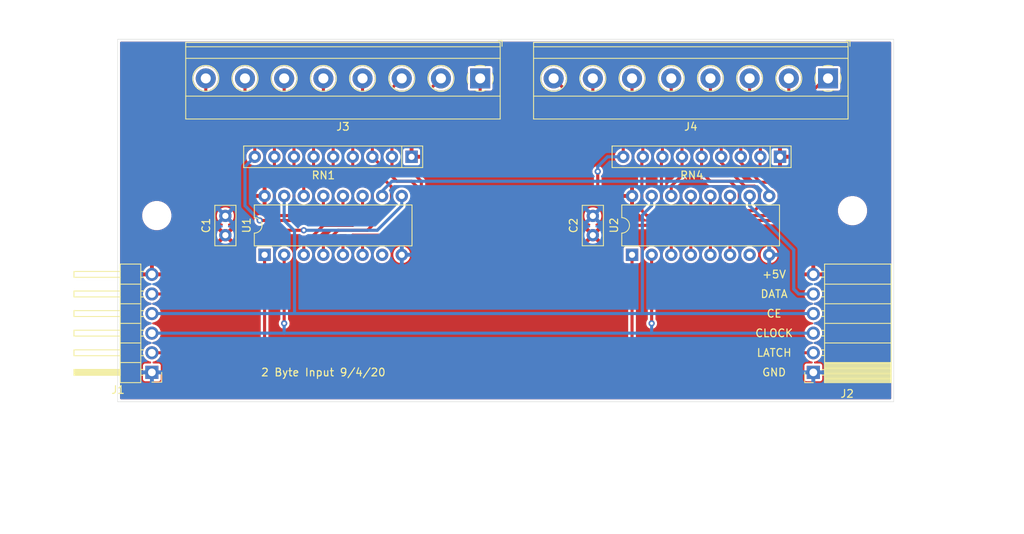
<source format=kicad_pcb>
(kicad_pcb (version 20171130) (host pcbnew "(5.1.6)-1")
  (layers (0 F.Cu signal) (31 B.Cu signal) (34 B.Paste user) (35 F.Paste user) (36 B.SilkS user) (37 F.SilkS user) (38 B.Mask user) (39 F.Mask user) (44 Edge.Cuts user))
  (net 0 "")
  (net 1 +5V)
  (net 2 GND)
  (net 3 SI)
  (net 4 CE)
  (net 5 CLOCK)
  (net 6 LATCH)
  (net 7 IN1)
  (net 8 IN2)
  (net 9 IN3)
  (net 10 IN4)
  (net 11 IN5)
  (net 12 IN6)
  (net 13 IN7)
  (net 14 IN8)
  (net 15 SO)
  (net 16 "Net-(U1-Pad7)")
  (net 17 SX)
  (net 18 IN1B)
  (net 19 IN2B)
  (net 20 IN3B)
  (net 21 IN4B)
  (net 22 IN5B)
  (net 23 IN6B)
  (net 24 IN7B)
  (net 25 IN8B)
  (net 26 "Net-(U2-Pad7)")
  (module Package_DIP:DIP-16_W7.62mm (layer F.Cu) (at 125.095 81.28 90)
    (fp_text reference U2 (at 3.81 -2.33 90) (layer F.SilkS))
    (fp_text value 74LS165)
    (fp_line (start 2.81 -1.33) (end 1.16 -1.33) (layer F.SilkS) (width 0.12))
    (fp_line (start 1.16 -1.33) (end 1.16 19.11) (layer F.SilkS) (width 0.12))
    (fp_line (start 1.16 19.11) (end 6.46 19.11) (layer F.SilkS) (width 0.12))
    (fp_line (start 6.46 19.11) (end 6.46 -1.33) (layer F.SilkS) (width 0.12))
    (fp_line (start 6.46 -1.33) (end 4.81 -1.33) (layer F.SilkS) (width 0.12))
    (fp_arc (start 3.81 -1.33) (end 2.81 -1.33) (angle -180) (layer F.SilkS) (width 0.12))
    (pad 16 thru_hole oval (at 7.62 0 90) (size 1.6 1.6) (drill 0.8) (layers *.Cu *.Mask) (net 1 +5V))
    (pad 8 thru_hole oval (at 0 17.78 90) (size 1.6 1.6) (drill 0.8) (layers *.Cu *.Mask) (net 2 GND))
    (pad 15 thru_hole oval (at 7.62 2.54 90) (size 1.6 1.6) (drill 0.8) (layers *.Cu *.Mask) (net 4 CE))
    (pad 7 thru_hole oval (at 0 15.24 90) (size 1.6 1.6) (drill 0.8) (layers *.Cu *.Mask) (net 26 "Net-(U2-Pad7)"))
    (pad 14 thru_hole oval (at 7.62 5.08 90) (size 1.6 1.6) (drill 0.8) (layers *.Cu *.Mask) (net 21 IN4B))
    (pad 6 thru_hole oval (at 0 12.7 90) (size 1.6 1.6) (drill 0.8) (layers *.Cu *.Mask) (net 25 IN8B))
    (pad 13 thru_hole oval (at 7.62 7.62 90) (size 1.6 1.6) (drill 0.8) (layers *.Cu *.Mask) (net 20 IN3B))
    (pad 5 thru_hole oval (at 0 10.16 90) (size 1.6 1.6) (drill 0.8) (layers *.Cu *.Mask) (net 24 IN7B))
    (pad 12 thru_hole oval (at 7.62 10.16 90) (size 1.6 1.6) (drill 0.8) (layers *.Cu *.Mask) (net 19 IN2B))
    (pad 4 thru_hole oval (at 0 7.62 90) (size 1.6 1.6) (drill 0.8) (layers *.Cu *.Mask) (net 23 IN6B))
    (pad 11 thru_hole oval (at 7.62 12.7 90) (size 1.6 1.6) (drill 0.8) (layers *.Cu *.Mask) (net 18 IN1B))
    (pad 3 thru_hole oval (at 0 5.08 90) (size 1.6 1.6) (drill 0.8) (layers *.Cu *.Mask) (net 22 IN5B))
    (pad 10 thru_hole oval (at 7.62 15.24 90) (size 1.6 1.6) (drill 0.8) (layers *.Cu *.Mask) (net 17 SX))
    (pad 2 thru_hole oval (at 0 2.54 90) (size 1.6 1.6) (drill 0.8) (layers *.Cu *.Mask) (net 5 CLOCK))
    (pad 9 thru_hole oval (at 7.62 17.78 90) (size 1.6 1.6) (drill 0.8) (layers *.Cu *.Mask) (net 3 SI))
    (pad 1 thru_hole rect (at 0 0 90) (size 1.6 1.6) (drill 0.8) (layers *.Cu *.Mask) (net 6 LATCH))
  )
  (module Resistor_THT:R_Array_SIP9 (layer F.Cu) (at 144.272 68.58 180)
    (fp_text reference RN4 (at 11.43 -2.4) (layer F.SilkS))
    (fp_text value 4.7K)
    (fp_line (start -1.44 -1.4) (end -1.44 1.4) (layer F.SilkS) (width 0.12))
    (fp_line (start -1.44 1.4) (end 21.76 1.4) (layer F.SilkS) (width 0.12))
    (fp_line (start 21.76 1.4) (end 21.76 -1.4) (layer F.SilkS) (width 0.12))
    (fp_line (start 21.76 -1.4) (end -1.44 -1.4) (layer F.SilkS) (width 0.12))
    (fp_line (start 1.27 -1.4) (end 1.27 1.4) (layer F.SilkS) (width 0.12))
    (pad 9 thru_hole oval (at 20.32 0 180) (size 1.6 1.6) (drill 0.8) (layers *.Cu *.Mask) (net 18 IN1B))
    (pad 8 thru_hole oval (at 17.78 0 180) (size 1.6 1.6) (drill 0.8) (layers *.Cu *.Mask) (net 19 IN2B))
    (pad 7 thru_hole oval (at 15.24 0 180) (size 1.6 1.6) (drill 0.8) (layers *.Cu *.Mask) (net 20 IN3B))
    (pad 6 thru_hole oval (at 12.7 0 180) (size 1.6 1.6) (drill 0.8) (layers *.Cu *.Mask) (net 21 IN4B))
    (pad 5 thru_hole oval (at 10.16 0 180) (size 1.6 1.6) (drill 0.8) (layers *.Cu *.Mask) (net 22 IN5B))
    (pad 4 thru_hole oval (at 7.62 0 180) (size 1.6 1.6) (drill 0.8) (layers *.Cu *.Mask) (net 23 IN6B))
    (pad 3 thru_hole oval (at 5.08 0 180) (size 1.6 1.6) (drill 0.8) (layers *.Cu *.Mask) (net 24 IN7B))
    (pad 2 thru_hole oval (at 2.54 0 180) (size 1.6 1.6) (drill 0.8) (layers *.Cu *.Mask) (net 25 IN8B))
    (pad 1 thru_hole rect (at 0 0 180) (size 1.6 1.6) (drill 0.8) (layers *.Cu *.Mask) (net 1 +5V))
  )
  (module TerminalBlock_Phoenix:TerminalBlock_Phoenix_MKDS-1,5-8-5.08_1x08_P5.08mm_Horizontal (layer F.Cu) (at 150.495 58.42 180)
    (fp_text reference J4 (at 17.78 -6.26) (layer F.SilkS))
    (fp_text value Conn_01x08)
    (fp_circle (center 5.08 0) (end 6.76 0) (layer F.SilkS) (width 0.12))
    (fp_circle (center 10.16 0) (end 11.84 0) (layer F.SilkS) (width 0.12))
    (fp_circle (center 15.24 0) (end 16.92 0) (layer F.SilkS) (width 0.12))
    (fp_circle (center 20.32 0) (end 22 0) (layer F.SilkS) (width 0.12))
    (fp_circle (center 25.4 0) (end 27.08 0) (layer F.SilkS) (width 0.12))
    (fp_circle (center 30.48 0) (end 32.16 0) (layer F.SilkS) (width 0.12))
    (fp_circle (center 35.56 0) (end 37.24 0) (layer F.SilkS) (width 0.12))
    (fp_line (start -2.6 4.1) (end 38.16 4.1) (layer F.SilkS) (width 0.12))
    (fp_line (start -2.6 2.6) (end 38.16 2.6) (layer F.SilkS) (width 0.12))
    (fp_line (start -2.6 -2.301) (end 38.16 -2.301) (layer F.SilkS) (width 0.12))
    (fp_line (start -2.6 -5.261) (end 38.16 -5.261) (layer F.SilkS) (width 0.12))
    (fp_line (start -2.6 4.66) (end 38.16 4.66) (layer F.SilkS) (width 0.12))
    (fp_line (start -2.6 -5.261) (end -2.6 4.66) (layer F.SilkS) (width 0.12))
    (fp_line (start 38.16 -5.261) (end 38.16 4.66) (layer F.SilkS) (width 0.12))
    (fp_line (start 6.355 -1.069) (end 6.308 -1.023) (layer F.SilkS) (width 0.12))
    (fp_line (start 4.046 1.239) (end 4.011 1.274) (layer F.SilkS) (width 0.12))
    (fp_line (start 6.15 -1.275) (end 6.115 -1.239) (layer F.SilkS) (width 0.12))
    (fp_line (start 3.853 1.023) (end 3.806 1.069) (layer F.SilkS) (width 0.12))
    (fp_line (start 11.435 -1.069) (end 11.388 -1.023) (layer F.SilkS) (width 0.12))
    (fp_line (start 9.126 1.239) (end 9.091 1.274) (layer F.SilkS) (width 0.12))
    (fp_line (start 11.23 -1.275) (end 11.195 -1.239) (layer F.SilkS) (width 0.12))
    (fp_line (start 8.933 1.023) (end 8.886 1.069) (layer F.SilkS) (width 0.12))
    (fp_line (start 16.515 -1.069) (end 16.468 -1.023) (layer F.SilkS) (width 0.12))
    (fp_line (start 14.206 1.239) (end 14.171 1.274) (layer F.SilkS) (width 0.12))
    (fp_line (start 16.31 -1.275) (end 16.275 -1.239) (layer F.SilkS) (width 0.12))
    (fp_line (start 14.013 1.023) (end 13.966 1.069) (layer F.SilkS) (width 0.12))
    (fp_line (start 21.595 -1.069) (end 21.548 -1.023) (layer F.SilkS) (width 0.12))
    (fp_line (start 19.286 1.239) (end 19.251 1.274) (layer F.SilkS) (width 0.12))
    (fp_line (start 21.39 -1.275) (end 21.355 -1.239) (layer F.SilkS) (width 0.12))
    (fp_line (start 19.093 1.023) (end 19.046 1.069) (layer F.SilkS) (width 0.12))
    (fp_line (start 26.675 -1.069) (end 26.628 -1.023) (layer F.SilkS) (width 0.12))
    (fp_line (start 24.366 1.239) (end 24.331 1.274) (layer F.SilkS) (width 0.12))
    (fp_line (start 26.47 -1.275) (end 26.435 -1.239) (layer F.SilkS) (width 0.12))
    (fp_line (start 24.173 1.023) (end 24.126 1.069) (layer F.SilkS) (width 0.12))
    (fp_line (start 31.755 -1.069) (end 31.708 -1.023) (layer F.SilkS) (width 0.12))
    (fp_line (start 29.446 1.239) (end 29.411 1.274) (layer F.SilkS) (width 0.12))
    (fp_line (start 31.55 -1.275) (end 31.515 -1.239) (layer F.SilkS) (width 0.12))
    (fp_line (start 29.253 1.023) (end 29.206 1.069) (layer F.SilkS) (width 0.12))
    (fp_line (start 36.835 -1.069) (end 36.788 -1.023) (layer F.SilkS) (width 0.12))
    (fp_line (start 34.526 1.239) (end 34.491 1.274) (layer F.SilkS) (width 0.12))
    (fp_line (start 36.63 -1.275) (end 36.595 -1.239) (layer F.SilkS) (width 0.12))
    (fp_line (start 34.333 1.023) (end 34.286 1.069) (layer F.SilkS) (width 0.12))
    (fp_line (start -2.84 4.16) (end -2.84 4.9) (layer F.SilkS) (width 0.12))
    (fp_line (start -2.84 4.9) (end -2.34 4.9) (layer F.SilkS) (width 0.12))
    (fp_arc (start 0 0) (end -0.684 1.535) (angle -25) (layer F.SilkS) (width 0.12))
    (fp_arc (start 0 0) (end -1.535 -0.684) (angle -48) (layer F.SilkS) (width 0.12))
    (fp_arc (start 0 0) (end 0.684 -1.535) (angle -48) (layer F.SilkS) (width 0.12))
    (fp_arc (start 0 0) (end 1.535 0.684) (angle -48) (layer F.SilkS) (width 0.12))
    (fp_arc (start 0 0) (end 0 1.68) (angle -24) (layer F.SilkS) (width 0.12))
    (pad 8 thru_hole circle (at 35.56 0 180) (size 2.6 2.6) (drill 1.3) (layers *.Cu *.Mask) (net 18 IN1B))
    (pad 7 thru_hole circle (at 30.48 0 180) (size 2.6 2.6) (drill 1.3) (layers *.Cu *.Mask) (net 19 IN2B))
    (pad 6 thru_hole circle (at 25.4 0 180) (size 2.6 2.6) (drill 1.3) (layers *.Cu *.Mask) (net 20 IN3B))
    (pad 5 thru_hole circle (at 20.32 0 180) (size 2.6 2.6) (drill 1.3) (layers *.Cu *.Mask) (net 21 IN4B))
    (pad 4 thru_hole circle (at 15.24 0 180) (size 2.6 2.6) (drill 1.3) (layers *.Cu *.Mask) (net 22 IN5B))
    (pad 3 thru_hole circle (at 10.16 0 180) (size 2.6 2.6) (drill 1.3) (layers *.Cu *.Mask) (net 23 IN6B))
    (pad 2 thru_hole circle (at 5.08 0 180) (size 2.6 2.6) (drill 1.3) (layers *.Cu *.Mask) (net 24 IN7B))
    (pad 1 thru_hole rect (at 0 0 180) (size 2.6 2.6) (drill 1.3) (layers *.Cu *.Mask) (net 25 IN8B))
  )
  (module Capacitor_THT:C_Disc_D5.0mm_W2.5mm_P2.50mm (layer F.Cu) (at 120.015 78.74 90)
    (fp_text reference C2 (at 1.25 -2.5 90) (layer F.SilkS))
    (fp_text value 0.1uf)
    (fp_line (start -1.37 -1.37) (end 3.87 -1.37) (layer F.SilkS) (width 0.12))
    (fp_line (start -1.37 1.37) (end 3.87 1.37) (layer F.SilkS) (width 0.12))
    (fp_line (start -1.37 -1.37) (end -1.37 1.37) (layer F.SilkS) (width 0.12))
    (fp_line (start 3.87 -1.37) (end 3.87 1.37) (layer F.SilkS) (width 0.12))
    (pad 2 thru_hole circle (at 2.5 0 90) (size 1.6 1.6) (drill 0.8) (layers *.Cu *.Mask) (net 2 GND))
    (pad 1 thru_hole circle (at 0 0 90) (size 1.6 1.6) (drill 0.8) (layers *.Cu *.Mask) (net 1 +5V))
  )
  (module MountingHole:MountingHole_3.2mm_M3 (layer F.Cu) (at 63.5 76.2)
    (fp_text reference REF** hide)
    (fp_text value MountingHole_3.2mm_M3 hide)
    (pad 1 np_thru_hole circle (at 0 0) (size 3.2 3.2) (drill 3.2) (layers *.Cu *.Mask))
  )
  (module MountingHole:MountingHole_3.2mm_M3 (layer F.Cu) (at 153.67 75.565)
    (fp_text reference "" hide)
    (fp_text value MountingHole_3.2mm_M3 hide)
    (pad 1 np_thru_hole circle (at 0 0) (size 3.2 3.2) (drill 3.2) (layers *.Cu *.Mask))
  )
  (module Capacitor_THT:C_Disc_D5.0mm_W2.5mm_P2.50mm (layer F.Cu) (at 72.39 78.74 90)
    (fp_text reference C1 (at 1.25 -2.5 90) (layer F.SilkS))
    (fp_text value 0.1uf)
    (fp_line (start 3.87 -1.37) (end 3.87 1.37) (layer F.SilkS) (width 0.12))
    (fp_line (start -1.37 -1.37) (end -1.37 1.37) (layer F.SilkS) (width 0.12))
    (fp_line (start -1.37 1.37) (end 3.87 1.37) (layer F.SilkS) (width 0.12))
    (fp_line (start -1.37 -1.37) (end 3.87 -1.37) (layer F.SilkS) (width 0.12))
    (pad 1 thru_hole circle (at 0 0 90) (size 1.6 1.6) (drill 0.8) (layers *.Cu *.Mask) (net 1 +5V))
    (pad 2 thru_hole circle (at 2.5 0 90) (size 1.6 1.6) (drill 0.8) (layers *.Cu *.Mask) (net 2 GND))
  )
  (module Connector_PinHeader_2.54mm:PinHeader_1x06_P2.54mm_Horizontal (layer F.Cu) (at 62.865 96.52 180)
    (fp_text reference J1 (at 4.385 -2.27) (layer F.SilkS))
    (fp_text value Conn_01x06)
    (fp_line (start -1.27 -1.27) (end 0 -1.27) (layer F.SilkS) (width 0.12))
    (fp_line (start -1.27 0) (end -1.27 -1.27) (layer F.SilkS) (width 0.12))
    (fp_line (start 1.042929 13.08) (end 1.44 13.08) (layer F.SilkS) (width 0.12))
    (fp_line (start 1.042929 12.32) (end 1.44 12.32) (layer F.SilkS) (width 0.12))
    (fp_line (start 10.1 13.08) (end 4.1 13.08) (layer F.SilkS) (width 0.12))
    (fp_line (start 10.1 12.32) (end 10.1 13.08) (layer F.SilkS) (width 0.12))
    (fp_line (start 4.1 12.32) (end 10.1 12.32) (layer F.SilkS) (width 0.12))
    (fp_line (start 1.44 11.43) (end 4.1 11.43) (layer F.SilkS) (width 0.12))
    (fp_line (start 1.042929 10.54) (end 1.44 10.54) (layer F.SilkS) (width 0.12))
    (fp_line (start 1.042929 9.78) (end 1.44 9.78) (layer F.SilkS) (width 0.12))
    (fp_line (start 10.1 10.54) (end 4.1 10.54) (layer F.SilkS) (width 0.12))
    (fp_line (start 10.1 9.78) (end 10.1 10.54) (layer F.SilkS) (width 0.12))
    (fp_line (start 4.1 9.78) (end 10.1 9.78) (layer F.SilkS) (width 0.12))
    (fp_line (start 1.44 8.89) (end 4.1 8.89) (layer F.SilkS) (width 0.12))
    (fp_line (start 1.042929 8) (end 1.44 8) (layer F.SilkS) (width 0.12))
    (fp_line (start 1.042929 7.24) (end 1.44 7.24) (layer F.SilkS) (width 0.12))
    (fp_line (start 10.1 8) (end 4.1 8) (layer F.SilkS) (width 0.12))
    (fp_line (start 10.1 7.24) (end 10.1 8) (layer F.SilkS) (width 0.12))
    (fp_line (start 4.1 7.24) (end 10.1 7.24) (layer F.SilkS) (width 0.12))
    (fp_line (start 1.44 6.35) (end 4.1 6.35) (layer F.SilkS) (width 0.12))
    (fp_line (start 1.042929 5.46) (end 1.44 5.46) (layer F.SilkS) (width 0.12))
    (fp_line (start 1.042929 4.7) (end 1.44 4.7) (layer F.SilkS) (width 0.12))
    (fp_line (start 10.1 5.46) (end 4.1 5.46) (layer F.SilkS) (width 0.12))
    (fp_line (start 10.1 4.7) (end 10.1 5.46) (layer F.SilkS) (width 0.12))
    (fp_line (start 4.1 4.7) (end 10.1 4.7) (layer F.SilkS) (width 0.12))
    (fp_line (start 1.44 3.81) (end 4.1 3.81) (layer F.SilkS) (width 0.12))
    (fp_line (start 1.042929 2.92) (end 1.44 2.92) (layer F.SilkS) (width 0.12))
    (fp_line (start 1.042929 2.16) (end 1.44 2.16) (layer F.SilkS) (width 0.12))
    (fp_line (start 10.1 2.92) (end 4.1 2.92) (layer F.SilkS) (width 0.12))
    (fp_line (start 10.1 2.16) (end 10.1 2.92) (layer F.SilkS) (width 0.12))
    (fp_line (start 4.1 2.16) (end 10.1 2.16) (layer F.SilkS) (width 0.12))
    (fp_line (start 1.44 1.27) (end 4.1 1.27) (layer F.SilkS) (width 0.12))
    (fp_line (start 1.11 0.38) (end 1.44 0.38) (layer F.SilkS) (width 0.12))
    (fp_line (start 1.11 -0.38) (end 1.44 -0.38) (layer F.SilkS) (width 0.12))
    (fp_line (start 4.1 0.28) (end 10.1 0.28) (layer F.SilkS) (width 0.12))
    (fp_line (start 4.1 0.16) (end 10.1 0.16) (layer F.SilkS) (width 0.12))
    (fp_line (start 4.1 0.04) (end 10.1 0.04) (layer F.SilkS) (width 0.12))
    (fp_line (start 4.1 -0.08) (end 10.1 -0.08) (layer F.SilkS) (width 0.12))
    (fp_line (start 4.1 -0.2) (end 10.1 -0.2) (layer F.SilkS) (width 0.12))
    (fp_line (start 4.1 -0.32) (end 10.1 -0.32) (layer F.SilkS) (width 0.12))
    (fp_line (start 10.1 0.38) (end 4.1 0.38) (layer F.SilkS) (width 0.12))
    (fp_line (start 10.1 -0.38) (end 10.1 0.38) (layer F.SilkS) (width 0.12))
    (fp_line (start 4.1 -0.38) (end 10.1 -0.38) (layer F.SilkS) (width 0.12))
    (fp_line (start 4.1 -1.33) (end 1.44 -1.33) (layer F.SilkS) (width 0.12))
    (fp_line (start 4.1 14.03) (end 4.1 -1.33) (layer F.SilkS) (width 0.12))
    (fp_line (start 1.44 14.03) (end 4.1 14.03) (layer F.SilkS) (width 0.12))
    (fp_line (start 1.44 -1.33) (end 1.44 14.03) (layer F.SilkS) (width 0.12))
    (pad 1 thru_hole rect (at 0 0 180) (size 1.7 1.7) (drill 1) (layers *.Cu *.Mask) (net 2 GND))
    (pad 2 thru_hole oval (at 0 2.54 180) (size 1.7 1.7) (drill 1) (layers *.Cu *.Mask) (net 6 LATCH))
    (pad 3 thru_hole oval (at 0 5.08 180) (size 1.7 1.7) (drill 1) (layers *.Cu *.Mask) (net 5 CLOCK))
    (pad 4 thru_hole oval (at 0 7.62 180) (size 1.7 1.7) (drill 1) (layers *.Cu *.Mask) (net 4 CE))
    (pad 5 thru_hole oval (at 0 10.16 180) (size 1.7 1.7) (drill 1) (layers *.Cu *.Mask) (net 15 SO))
    (pad 6 thru_hole oval (at 0 12.7 180) (size 1.7 1.7) (drill 1) (layers *.Cu *.Mask) (net 1 +5V))
  )
  (module TerminalBlock_Phoenix:TerminalBlock_Phoenix_MKDS-1,5-8-5.08_1x08_P5.08mm_Horizontal (layer F.Cu) (at 105.41 58.42 180)
    (fp_text reference J3 (at 17.78 -6.26) (layer F.SilkS))
    (fp_text value Conn_01x08)
    (fp_line (start -2.84 4.9) (end -2.34 4.9) (layer F.SilkS) (width 0.12))
    (fp_line (start -2.84 4.16) (end -2.84 4.9) (layer F.SilkS) (width 0.12))
    (fp_line (start 34.333 1.023) (end 34.286 1.069) (layer F.SilkS) (width 0.12))
    (fp_line (start 36.63 -1.275) (end 36.595 -1.239) (layer F.SilkS) (width 0.12))
    (fp_line (start 34.526 1.239) (end 34.491 1.274) (layer F.SilkS) (width 0.12))
    (fp_line (start 36.835 -1.069) (end 36.788 -1.023) (layer F.SilkS) (width 0.12))
    (fp_line (start 29.253 1.023) (end 29.206 1.069) (layer F.SilkS) (width 0.12))
    (fp_line (start 31.55 -1.275) (end 31.515 -1.239) (layer F.SilkS) (width 0.12))
    (fp_line (start 29.446 1.239) (end 29.411 1.274) (layer F.SilkS) (width 0.12))
    (fp_line (start 31.755 -1.069) (end 31.708 -1.023) (layer F.SilkS) (width 0.12))
    (fp_line (start 24.173 1.023) (end 24.126 1.069) (layer F.SilkS) (width 0.12))
    (fp_line (start 26.47 -1.275) (end 26.435 -1.239) (layer F.SilkS) (width 0.12))
    (fp_line (start 24.366 1.239) (end 24.331 1.274) (layer F.SilkS) (width 0.12))
    (fp_line (start 26.675 -1.069) (end 26.628 -1.023) (layer F.SilkS) (width 0.12))
    (fp_line (start 19.093 1.023) (end 19.046 1.069) (layer F.SilkS) (width 0.12))
    (fp_line (start 21.39 -1.275) (end 21.355 -1.239) (layer F.SilkS) (width 0.12))
    (fp_line (start 19.286 1.239) (end 19.251 1.274) (layer F.SilkS) (width 0.12))
    (fp_line (start 21.595 -1.069) (end 21.548 -1.023) (layer F.SilkS) (width 0.12))
    (fp_line (start 14.013 1.023) (end 13.966 1.069) (layer F.SilkS) (width 0.12))
    (fp_line (start 16.31 -1.275) (end 16.275 -1.239) (layer F.SilkS) (width 0.12))
    (fp_line (start 14.206 1.239) (end 14.171 1.274) (layer F.SilkS) (width 0.12))
    (fp_line (start 16.515 -1.069) (end 16.468 -1.023) (layer F.SilkS) (width 0.12))
    (fp_line (start 8.933 1.023) (end 8.886 1.069) (layer F.SilkS) (width 0.12))
    (fp_line (start 11.23 -1.275) (end 11.195 -1.239) (layer F.SilkS) (width 0.12))
    (fp_line (start 9.126 1.239) (end 9.091 1.274) (layer F.SilkS) (width 0.12))
    (fp_line (start 11.435 -1.069) (end 11.388 -1.023) (layer F.SilkS) (width 0.12))
    (fp_line (start 3.853 1.023) (end 3.806 1.069) (layer F.SilkS) (width 0.12))
    (fp_line (start 6.15 -1.275) (end 6.115 -1.239) (layer F.SilkS) (width 0.12))
    (fp_line (start 4.046 1.239) (end 4.011 1.274) (layer F.SilkS) (width 0.12))
    (fp_line (start 6.355 -1.069) (end 6.308 -1.023) (layer F.SilkS) (width 0.12))
    (fp_line (start 38.16 -5.261) (end 38.16 4.66) (layer F.SilkS) (width 0.12))
    (fp_line (start -2.6 -5.261) (end -2.6 4.66) (layer F.SilkS) (width 0.12))
    (fp_line (start -2.6 4.66) (end 38.16 4.66) (layer F.SilkS) (width 0.12))
    (fp_line (start -2.6 -5.261) (end 38.16 -5.261) (layer F.SilkS) (width 0.12))
    (fp_line (start -2.6 -2.301) (end 38.16 -2.301) (layer F.SilkS) (width 0.12))
    (fp_line (start -2.6 2.6) (end 38.16 2.6) (layer F.SilkS) (width 0.12))
    (fp_line (start -2.6 4.1) (end 38.16 4.1) (layer F.SilkS) (width 0.12))
    (fp_circle (center 35.56 0) (end 37.24 0) (layer F.SilkS) (width 0.12))
    (fp_circle (center 30.48 0) (end 32.16 0) (layer F.SilkS) (width 0.12))
    (fp_circle (center 25.4 0) (end 27.08 0) (layer F.SilkS) (width 0.12))
    (fp_circle (center 20.32 0) (end 22 0) (layer F.SilkS) (width 0.12))
    (fp_circle (center 15.24 0) (end 16.92 0) (layer F.SilkS) (width 0.12))
    (fp_circle (center 10.16 0) (end 11.84 0) (layer F.SilkS) (width 0.12))
    (fp_circle (center 5.08 0) (end 6.76 0) (layer F.SilkS) (width 0.12))
    (fp_arc (start 0 0) (end 0 1.68) (angle -24) (layer F.SilkS) (width 0.12))
    (fp_arc (start 0 0) (end 1.535 0.684) (angle -48) (layer F.SilkS) (width 0.12))
    (fp_arc (start 0 0) (end 0.684 -1.535) (angle -48) (layer F.SilkS) (width 0.12))
    (fp_arc (start 0 0) (end -1.535 -0.684) (angle -48) (layer F.SilkS) (width 0.12))
    (fp_arc (start 0 0) (end -0.684 1.535) (angle -25) (layer F.SilkS) (width 0.12))
    (pad 1 thru_hole rect (at 0 0 180) (size 2.6 2.6) (drill 1.3) (layers *.Cu *.Mask) (net 14 IN8))
    (pad 2 thru_hole circle (at 5.08 0 180) (size 2.6 2.6) (drill 1.3) (layers *.Cu *.Mask) (net 13 IN7))
    (pad 3 thru_hole circle (at 10.16 0 180) (size 2.6 2.6) (drill 1.3) (layers *.Cu *.Mask) (net 12 IN6))
    (pad 4 thru_hole circle (at 15.24 0 180) (size 2.6 2.6) (drill 1.3) (layers *.Cu *.Mask) (net 11 IN5))
    (pad 5 thru_hole circle (at 20.32 0 180) (size 2.6 2.6) (drill 1.3) (layers *.Cu *.Mask) (net 10 IN4))
    (pad 6 thru_hole circle (at 25.4 0 180) (size 2.6 2.6) (drill 1.3) (layers *.Cu *.Mask) (net 9 IN3))
    (pad 7 thru_hole circle (at 30.48 0 180) (size 2.6 2.6) (drill 1.3) (layers *.Cu *.Mask) (net 8 IN2))
    (pad 8 thru_hole circle (at 35.56 0 180) (size 2.6 2.6) (drill 1.3) (layers *.Cu *.Mask) (net 7 IN1))
  )
  (module Resistor_THT:R_Array_SIP9 (layer F.Cu) (at 96.52 68.58 180)
    (fp_text reference RN1 (at 11.43 -2.4) (layer F.SilkS))
    (fp_text value 4.7K)
    (fp_line (start 1.27 -1.4) (end 1.27 1.4) (layer F.SilkS) (width 0.12))
    (fp_line (start 21.76 -1.4) (end -1.44 -1.4) (layer F.SilkS) (width 0.12))
    (fp_line (start 21.76 1.4) (end 21.76 -1.4) (layer F.SilkS) (width 0.12))
    (fp_line (start -1.44 1.4) (end 21.76 1.4) (layer F.SilkS) (width 0.12))
    (fp_line (start -1.44 -1.4) (end -1.44 1.4) (layer F.SilkS) (width 0.12))
    (pad 1 thru_hole rect (at 0 0 180) (size 1.6 1.6) (drill 0.8) (layers *.Cu *.Mask) (net 1 +5V))
    (pad 2 thru_hole oval (at 2.54 0 180) (size 1.6 1.6) (drill 0.8) (layers *.Cu *.Mask) (net 14 IN8))
    (pad 3 thru_hole oval (at 5.08 0 180) (size 1.6 1.6) (drill 0.8) (layers *.Cu *.Mask) (net 13 IN7))
    (pad 4 thru_hole oval (at 7.62 0 180) (size 1.6 1.6) (drill 0.8) (layers *.Cu *.Mask) (net 12 IN6))
    (pad 5 thru_hole oval (at 10.16 0 180) (size 1.6 1.6) (drill 0.8) (layers *.Cu *.Mask) (net 11 IN5))
    (pad 6 thru_hole oval (at 12.7 0 180) (size 1.6 1.6) (drill 0.8) (layers *.Cu *.Mask) (net 10 IN4))
    (pad 7 thru_hole oval (at 15.24 0 180) (size 1.6 1.6) (drill 0.8) (layers *.Cu *.Mask) (net 9 IN3))
    (pad 8 thru_hole oval (at 17.78 0 180) (size 1.6 1.6) (drill 0.8) (layers *.Cu *.Mask) (net 8 IN2))
    (pad 9 thru_hole oval (at 20.32 0 180) (size 1.6 1.6) (drill 0.8) (layers *.Cu *.Mask) (net 7 IN1))
  )
  (module Package_DIP:DIP-16_W7.62mm (layer F.Cu) (at 77.47 81.28 90)
    (fp_text reference U1 (at 3.81 -2.33 90) (layer F.SilkS))
    (fp_text value 74LS165)
    (fp_line (start 6.46 -1.33) (end 4.81 -1.33) (layer F.SilkS) (width 0.12))
    (fp_line (start 6.46 19.11) (end 6.46 -1.33) (layer F.SilkS) (width 0.12))
    (fp_line (start 1.16 19.11) (end 6.46 19.11) (layer F.SilkS) (width 0.12))
    (fp_line (start 1.16 -1.33) (end 1.16 19.11) (layer F.SilkS) (width 0.12))
    (fp_line (start 2.81 -1.33) (end 1.16 -1.33) (layer F.SilkS) (width 0.12))
    (fp_arc (start 3.81 -1.33) (end 2.81 -1.33) (angle -180) (layer F.SilkS) (width 0.12))
    (pad 1 thru_hole rect (at 0 0 90) (size 1.6 1.6) (drill 0.8) (layers *.Cu *.Mask) (net 6 LATCH))
    (pad 9 thru_hole oval (at 7.62 17.78 90) (size 1.6 1.6) (drill 0.8) (layers *.Cu *.Mask) (net 15 SO))
    (pad 2 thru_hole oval (at 0 2.54 90) (size 1.6 1.6) (drill 0.8) (layers *.Cu *.Mask) (net 5 CLOCK))
    (pad 10 thru_hole oval (at 7.62 15.24 90) (size 1.6 1.6) (drill 0.8) (layers *.Cu *.Mask) (net 3 SI))
    (pad 3 thru_hole oval (at 0 5.08 90) (size 1.6 1.6) (drill 0.8) (layers *.Cu *.Mask) (net 11 IN5))
    (pad 11 thru_hole oval (at 7.62 12.7 90) (size 1.6 1.6) (drill 0.8) (layers *.Cu *.Mask) (net 7 IN1))
    (pad 4 thru_hole oval (at 0 7.62 90) (size 1.6 1.6) (drill 0.8) (layers *.Cu *.Mask) (net 12 IN6))
    (pad 12 thru_hole oval (at 7.62 10.16 90) (size 1.6 1.6) (drill 0.8) (layers *.Cu *.Mask) (net 8 IN2))
    (pad 5 thru_hole oval (at 0 10.16 90) (size 1.6 1.6) (drill 0.8) (layers *.Cu *.Mask) (net 13 IN7))
    (pad 13 thru_hole oval (at 7.62 7.62 90) (size 1.6 1.6) (drill 0.8) (layers *.Cu *.Mask) (net 9 IN3))
    (pad 6 thru_hole oval (at 0 12.7 90) (size 1.6 1.6) (drill 0.8) (layers *.Cu *.Mask) (net 14 IN8))
    (pad 14 thru_hole oval (at 7.62 5.08 90) (size 1.6 1.6) (drill 0.8) (layers *.Cu *.Mask) (net 10 IN4))
    (pad 7 thru_hole oval (at 0 15.24 90) (size 1.6 1.6) (drill 0.8) (layers *.Cu *.Mask) (net 16 "Net-(U1-Pad7)"))
    (pad 15 thru_hole oval (at 7.62 2.54 90) (size 1.6 1.6) (drill 0.8) (layers *.Cu *.Mask) (net 4 CE))
    (pad 8 thru_hole oval (at 0 17.78 90) (size 1.6 1.6) (drill 0.8) (layers *.Cu *.Mask) (net 2 GND))
    (pad 16 thru_hole oval (at 7.62 0 90) (size 1.6 1.6) (drill 0.8) (layers *.Cu *.Mask) (net 1 +5V))
  )
  (module Connector_PinSocket_2.54mm:PinSocket_1x06_P2.54mm_Horizontal (layer F.Cu) (at 148.59 96.52 180)
    (fp_text reference J2 (at -4.38 -2.77) (layer F.SilkS))
    (fp_text value Conn_01x06)
    (fp_line (start 0 -1.33) (end 1.11 -1.33) (layer F.SilkS) (width 0.12))
    (fp_line (start 1.11 -1.33) (end 1.11 0) (layer F.SilkS) (width 0.12))
    (fp_line (start -10.09 -1.33) (end -10.09 14.03) (layer F.SilkS) (width 0.12))
    (fp_line (start -10.09 14.03) (end -1.46 14.03) (layer F.SilkS) (width 0.12))
    (fp_line (start -1.46 -1.33) (end -1.46 14.03) (layer F.SilkS) (width 0.12))
    (fp_line (start -10.09 -1.33) (end -1.46 -1.33) (layer F.SilkS) (width 0.12))
    (fp_line (start -10.09 11.43) (end -1.46 11.43) (layer F.SilkS) (width 0.12))
    (fp_line (start -10.09 8.89) (end -1.46 8.89) (layer F.SilkS) (width 0.12))
    (fp_line (start -10.09 6.35) (end -1.46 6.35) (layer F.SilkS) (width 0.12))
    (fp_line (start -10.09 3.81) (end -1.46 3.81) (layer F.SilkS) (width 0.12))
    (fp_line (start -10.09 1.27) (end -1.46 1.27) (layer F.SilkS) (width 0.12))
    (fp_line (start -1.46 13.06) (end -1.05 13.06) (layer F.SilkS) (width 0.12))
    (fp_line (start -1.46 12.34) (end -1.05 12.34) (layer F.SilkS) (width 0.12))
    (fp_line (start -1.46 10.52) (end -1.05 10.52) (layer F.SilkS) (width 0.12))
    (fp_line (start -1.46 9.8) (end -1.05 9.8) (layer F.SilkS) (width 0.12))
    (fp_line (start -1.46 7.98) (end -1.05 7.98) (layer F.SilkS) (width 0.12))
    (fp_line (start -1.46 7.26) (end -1.05 7.26) (layer F.SilkS) (width 0.12))
    (fp_line (start -1.46 5.44) (end -1.05 5.44) (layer F.SilkS) (width 0.12))
    (fp_line (start -1.46 4.72) (end -1.05 4.72) (layer F.SilkS) (width 0.12))
    (fp_line (start -1.46 2.9) (end -1.05 2.9) (layer F.SilkS) (width 0.12))
    (fp_line (start -1.46 2.18) (end -1.05 2.18) (layer F.SilkS) (width 0.12))
    (fp_line (start -1.46 0.36) (end -1.11 0.36) (layer F.SilkS) (width 0.12))
    (fp_line (start -1.46 -0.36) (end -1.11 -0.36) (layer F.SilkS) (width 0.12))
    (fp_line (start -10.09 1.1519) (end -1.46 1.1519) (layer F.SilkS) (width 0.12))
    (fp_line (start -10.09 1.033805) (end -1.46 1.033805) (layer F.SilkS) (width 0.12))
    (fp_line (start -10.09 0.91571) (end -1.46 0.91571) (layer F.SilkS) (width 0.12))
    (fp_line (start -10.09 0.797615) (end -1.46 0.797615) (layer F.SilkS) (width 0.12))
    (fp_line (start -10.09 0.67952) (end -1.46 0.67952) (layer F.SilkS) (width 0.12))
    (fp_line (start -10.09 0.561425) (end -1.46 0.561425) (layer F.SilkS) (width 0.12))
    (fp_line (start -10.09 0.44333) (end -1.46 0.44333) (layer F.SilkS) (width 0.12))
    (fp_line (start -10.09 0.325235) (end -1.46 0.325235) (layer F.SilkS) (width 0.12))
    (fp_line (start -10.09 0.20714) (end -1.46 0.20714) (layer F.SilkS) (width 0.12))
    (fp_line (start -10.09 0.089045) (end -1.46 0.089045) (layer F.SilkS) (width 0.12))
    (fp_line (start -10.09 -0.02905) (end -1.46 -0.02905) (layer F.SilkS) (width 0.12))
    (fp_line (start -10.09 -0.147145) (end -1.46 -0.147145) (layer F.SilkS) (width 0.12))
    (fp_line (start -10.09 -0.26524) (end -1.46 -0.26524) (layer F.SilkS) (width 0.12))
    (fp_line (start -10.09 -0.383335) (end -1.46 -0.383335) (layer F.SilkS) (width 0.12))
    (fp_line (start -10.09 -0.50143) (end -1.46 -0.50143) (layer F.SilkS) (width 0.12))
    (fp_line (start -10.09 -0.619525) (end -1.46 -0.619525) (layer F.SilkS) (width 0.12))
    (fp_line (start -10.09 -0.73762) (end -1.46 -0.73762) (layer F.SilkS) (width 0.12))
    (fp_line (start -10.09 -0.855715) (end -1.46 -0.855715) (layer F.SilkS) (width 0.12))
    (fp_line (start -10.09 -0.97381) (end -1.46 -0.97381) (layer F.SilkS) (width 0.12))
    (fp_line (start -10.09 -1.091905) (end -1.46 -1.091905) (layer F.SilkS) (width 0.12))
    (fp_line (start -10.09 -1.21) (end -1.46 -1.21) (layer F.SilkS) (width 0.12))
    (pad 1 thru_hole rect (at 0 0 180) (size 1.7 1.7) (drill 1) (layers *.Cu *.Mask) (net 2 GND))
    (pad 2 thru_hole oval (at 0 2.54 180) (size 1.7 1.7) (drill 1) (layers *.Cu *.Mask) (net 6 LATCH))
    (pad 3 thru_hole oval (at 0 5.08 180) (size 1.7 1.7) (drill 1) (layers *.Cu *.Mask) (net 5 CLOCK))
    (pad 4 thru_hole oval (at 0 7.62 180) (size 1.7 1.7) (drill 1) (layers *.Cu *.Mask) (net 4 CE))
    (pad 5 thru_hole oval (at 0 10.16 180) (size 1.7 1.7) (drill 1) (layers *.Cu *.Mask) (net 17 SX))
    (pad 6 thru_hole oval (at 0 12.7 180) (size 1.7 1.7) (drill 1) (layers *.Cu *.Mask) (net 1 +5V))
  )
  (gr_text GND (at 143.51 96.52) (layer F.SilkS) (effects (font (size 1 1))))
  (gr_text "2 Byte Input 9/4/20\n" (at 85.09 96.52) (layer F.SilkS) (effects (font (size 1 1))))
  (gr_text LATCH (at 143.51 93.98) (layer F.SilkS) (effects (font (size 1 1))))
  (gr_text CLOCK (at 143.51 91.44) (layer F.SilkS) (effects (font (size 1 1))))
  (gr_text CE (at 143.51 88.9) (layer F.SilkS) (effects (font (size 1 1))))
  (gr_text DATA (at 143.51 86.36) (layer F.SilkS) (effects (font (size 1 1))))
  (gr_text +5V (at 143.51 83.82) (layer F.SilkS) (effects (font (size 1 1))))
  (gr_line (start 58.42 100.33) (end 58.42 53.34) (layer Edge.Cuts) (width 0.05))
  (gr_line (start 159.004 100.33) (end 58.42 100.33) (layer Edge.Cuts) (width 0.05))
  (gr_line (start 159.004 53.34) (end 159.004 100.33) (layer Edge.Cuts) (width 0.05))
  (gr_line (start 58.42 53.34) (end 159.004 53.34) (layer Edge.Cuts) (width 0.05))
  (segment (start 92.71 73.66) (end 92.71 73.025) (width 0.4) (layer B.Cu) (net 3))
  (segment (start 92.71 73.025) (end 93.98 71.755) (width 0.4) (layer B.Cu) (net 3))
  (segment (start 93.98 71.755) (end 141.605 71.755) (width 0.4) (layer B.Cu) (net 3))
  (segment (start 141.605 71.755) (end 142.875 73.025) (width 0.4) (layer B.Cu) (net 3))
  (segment (start 142.875 73.025) (end 142.875 73.66) (width 0.4) (layer B.Cu) (net 3))
  (segment (start 62.865 86.36) (end 67.945 86.36) (width 0.4) (layer F.Cu) (net 15))
  (segment (start 67.945 86.36) (end 68.58 86.36) (width 0.4) (layer F.Cu) (net 15))
  (segment (start 68.58 86.36) (end 76.2 78.74) (width 0.4) (layer F.Cu) (net 15))
  (segment (start 76.2 78.74) (end 76.835 78.105) (width 0.4) (layer F.Cu) (net 15))
  (segment (start 76.835 78.105) (end 82.55 78.105) (width 0.4) (layer F.Cu) (net 15))
  (segment (start 82.55 78.105) (end 82.55 78.105) (width 0.4) (layer F.Cu) (net 15))
  (via (at 82.55 78.105) (size 0.8) (drill 0.4) (layers F.Cu B.Cu) (net 15))
  (segment (start 62.865 88.9) (end 107.95 88.9) (width 0.4) (layer B.Cu) (net 4))
  (segment (start 80.01 73.66) (end 80.01 74.93) (width 0.4) (layer B.Cu) (net 4))
  (segment (start 80.01 74.93) (end 80.01 76.835) (width 0.4) (layer B.Cu) (net 4))
  (segment (start 81.349999 78.174999) (end 81.349999 88.830001) (width 0.4) (layer B.Cu) (net 4))
  (segment (start 80.01 76.835) (end 81.349999 78.174999) (width 0.4) (layer B.Cu) (net 4))
  (segment (start 127.635 73.66) (end 127.635 74.93) (width 0.4) (layer B.Cu) (net 4))
  (segment (start 126.434999 88.830001) (end 126.365 88.9) (width 0.4) (layer B.Cu) (net 4))
  (segment (start 126.434999 76.130001) (end 126.434999 88.830001) (width 0.4) (layer B.Cu) (net 4))
  (segment (start 127.635 74.93) (end 126.434999 76.130001) (width 0.4) (layer B.Cu) (net 4))
  (segment (start 107.95 88.9) (end 126.365 88.9) (width 0.4) (layer B.Cu) (net 4))
  (segment (start 126.365 88.9) (end 148.59 88.9) (width 0.4) (layer B.Cu) (net 4))
  (segment (start 80.01 81.28) (end 80.01 90.17) (width 0.4) (layer F.Cu) (net 5))
  (segment (start 80.01 90.17) (end 80.01 90.17) (width 0.4) (layer F.Cu) (net 5))
  (via (at 80.01 90.17) (size 0.8) (drill 0.4) (layers F.Cu B.Cu) (net 5))
  (segment (start 80.01 90.17) (end 80.01 91.44) (width 0.4) (layer B.Cu) (net 5))
  (segment (start 62.865 91.44) (end 80.01 91.44) (width 0.4) (layer B.Cu) (net 5))
  (segment (start 146.812 91.44) (end 148.59 91.44) (width 0.4) (layer B.Cu) (net 5))
  (segment (start 80.01 91.44) (end 146.812 91.44) (width 0.4) (layer B.Cu) (net 5))
  (segment (start 127.635 81.28) (end 127.635 90.17) (width 0.4) (layer F.Cu) (net 5))
  (segment (start 127.635 90.17) (end 127.635 90.17) (width 0.4) (layer F.Cu) (net 5))
  (via (at 127.635 90.17) (size 0.8) (drill 0.4) (layers F.Cu B.Cu) (net 5))
  (segment (start 127.635 90.17) (end 127.635 91.44) (width 0.4) (layer B.Cu) (net 5))
  (segment (start 77.47 81.28) (end 77.47 93.98) (width 0.4) (layer F.Cu) (net 6))
  (segment (start 62.865 93.98) (end 77.47 93.98) (width 0.4) (layer F.Cu) (net 6))
  (segment (start 107.95 93.98) (end 148.59 93.98) (width 0.4) (layer F.Cu) (net 6))
  (segment (start 77.47 93.98) (end 107.95 93.98) (width 0.4) (layer F.Cu) (net 6))
  (segment (start 125.095 81.28) (end 125.095 93.98) (width 0.4) (layer F.Cu) (net 6))
  (segment (start 90.17 73.66) (end 90.17 74.93) (width 0.4) (layer F.Cu) (net 7))
  (segment (start 90.17 74.93) (end 88.265 76.835) (width 0.4) (layer F.Cu) (net 7))
  (segment (start 88.265 76.835) (end 76.835 76.835) (width 0.4) (layer F.Cu) (net 7))
  (segment (start 76.2 68.58) (end 76.2 66.675) (width 0.4) (layer F.Cu) (net 7))
  (segment (start 69.85 60.325) (end 69.85 58.42) (width 0.4) (layer F.Cu) (net 7))
  (segment (start 76.2 66.675) (end 69.85 60.325) (width 0.4) (layer F.Cu) (net 7))
  (segment (start 76.835 76.835) (end 76.835 76.835) (width 0.4) (layer F.Cu) (net 7))
  (via (at 76.835 76.835) (size 0.8) (drill 0.4) (layers F.Cu B.Cu) (net 7))
  (segment (start 76.835 76.835) (end 74.93 74.93) (width 0.4) (layer B.Cu) (net 7))
  (segment (start 74.93 69.85) (end 76.2 68.58) (width 0.4) (layer B.Cu) (net 7))
  (segment (start 74.93 74.93) (end 74.93 69.85) (width 0.4) (layer B.Cu) (net 7))
  (segment (start 87.63 73.66) (end 87.63 74.93) (width 0.4) (layer F.Cu) (net 8))
  (segment (start 87.63 74.93) (end 86.36 76.2) (width 0.4) (layer F.Cu) (net 8))
  (segment (start 86.36 76.2) (end 79.375 76.2) (width 0.4) (layer F.Cu) (net 8))
  (segment (start 79.375 76.2) (end 78.74 75.565) (width 0.4) (layer F.Cu) (net 8))
  (segment (start 78.74 75.565) (end 78.74 68.58) (width 0.4) (layer F.Cu) (net 8))
  (segment (start 78.74 68.58) (end 78.74 66.04) (width 0.4) (layer F.Cu) (net 8))
  (segment (start 74.93 62.23) (end 74.93 58.42) (width 0.4) (layer F.Cu) (net 8))
  (segment (start 78.74 66.04) (end 74.93 62.23) (width 0.4) (layer F.Cu) (net 8))
  (segment (start 85.09 73.66) (end 85.09 74.93) (width 0.4) (layer F.Cu) (net 9))
  (segment (start 85.09 74.93) (end 84.455 75.565) (width 0.4) (layer F.Cu) (net 9))
  (segment (start 84.455 75.565) (end 81.915 75.565) (width 0.4) (layer F.Cu) (net 9))
  (segment (start 81.915 75.565) (end 81.28 74.93) (width 0.4) (layer F.Cu) (net 9))
  (segment (start 81.28 74.93) (end 81.28 68.58) (width 0.4) (layer F.Cu) (net 9))
  (segment (start 80.01 63.5) (end 80.01 58.42) (width 0.4) (layer F.Cu) (net 9))
  (segment (start 81.28 68.58) (end 81.28 64.77) (width 0.4) (layer F.Cu) (net 9))
  (segment (start 81.28 64.77) (end 80.01 63.5) (width 0.4) (layer F.Cu) (net 9))
  (segment (start 82.55 73.66) (end 82.55 72.39) (width 0.4) (layer F.Cu) (net 10))
  (segment (start 82.55 72.39) (end 83.82 71.12) (width 0.4) (layer F.Cu) (net 10))
  (segment (start 83.82 71.12) (end 83.82 68.58) (width 0.4) (layer F.Cu) (net 10))
  (segment (start 83.82 68.58) (end 83.82 66.04) (width 0.4) (layer F.Cu) (net 10))
  (segment (start 83.82 66.04) (end 85.09 64.77) (width 0.4) (layer F.Cu) (net 10))
  (segment (start 85.09 64.77) (end 85.09 58.42) (width 0.4) (layer F.Cu) (net 10))
  (segment (start 82.55 81.28) (end 82.55 80.01) (width 0.4) (layer F.Cu) (net 11))
  (segment (start 82.55 80.01) (end 85.09 77.47) (width 0.4) (layer F.Cu) (net 11))
  (segment (start 85.09 77.47) (end 88.9 77.47) (width 0.4) (layer F.Cu) (net 11))
  (segment (start 88.9 77.47) (end 91.44 74.93) (width 0.4) (layer F.Cu) (net 11))
  (segment (start 91.44 74.93) (end 91.44 72.39) (width 0.4) (layer F.Cu) (net 11))
  (segment (start 91.44 72.39) (end 90.805 71.755) (width 0.4) (layer F.Cu) (net 11))
  (segment (start 90.805 71.755) (end 87.63 71.755) (width 0.4) (layer F.Cu) (net 11))
  (segment (start 87.63 71.755) (end 86.36 70.485) (width 0.4) (layer F.Cu) (net 11))
  (segment (start 86.36 70.485) (end 86.36 68.58) (width 0.4) (layer F.Cu) (net 11))
  (segment (start 86.36 68.58) (end 86.36 66.04) (width 0.4) (layer F.Cu) (net 11))
  (segment (start 86.36 66.04) (end 90.17 62.23) (width 0.4) (layer F.Cu) (net 11))
  (segment (start 90.17 62.23) (end 90.17 58.42) (width 0.4) (layer F.Cu) (net 11))
  (segment (start 88.9 69.85) (end 88.9 68.58) (width 0.4) (layer F.Cu) (net 12))
  (segment (start 90.17 71.12) (end 88.9 69.85) (width 0.4) (layer F.Cu) (net 12))
  (segment (start 92.570002 71.12) (end 90.17 71.12) (width 0.4) (layer F.Cu) (net 12))
  (segment (start 93.910001 72.459999) (end 92.570002 71.12) (width 0.4) (layer F.Cu) (net 12))
  (segment (start 85.09 80.01) (end 86.995 78.105) (width 0.4) (layer F.Cu) (net 12))
  (segment (start 90.805 78.105) (end 93.910001 74.999999) (width 0.4) (layer F.Cu) (net 12))
  (segment (start 85.09 81.28) (end 85.09 80.01) (width 0.4) (layer F.Cu) (net 12))
  (segment (start 86.995 78.105) (end 90.805 78.105) (width 0.4) (layer F.Cu) (net 12))
  (segment (start 93.910001 74.999999) (end 93.910001 72.459999) (width 0.4) (layer F.Cu) (net 12))
  (segment (start 88.9 64.77) (end 95.25 58.42) (width 0.4) (layer F.Cu) (net 12))
  (segment (start 88.9 68.58) (end 88.9 64.77) (width 0.4) (layer F.Cu) (net 12))
  (segment (start 87.63 81.28) (end 87.63 80.01) (width 0.4) (layer F.Cu) (net 13))
  (segment (start 87.63 80.01) (end 88.9 78.74) (width 0.4) (layer F.Cu) (net 13))
  (segment (start 88.9 78.74) (end 92.71 78.74) (width 0.4) (layer F.Cu) (net 13))
  (segment (start 92.71 78.74) (end 97.155 74.295) (width 0.4) (layer F.Cu) (net 13))
  (segment (start 97.155 74.295) (end 97.155 72.39) (width 0.4) (layer F.Cu) (net 13))
  (segment (start 97.155 72.39) (end 96.52 71.755) (width 0.4) (layer F.Cu) (net 13))
  (segment (start 96.52 71.755) (end 94.615 71.755) (width 0.4) (layer F.Cu) (net 13))
  (segment (start 94.615 71.755) (end 91.44 68.58) (width 0.4) (layer F.Cu) (net 13))
  (segment (start 100.33 58.42) (end 91.44 67.31) (width 0.4) (layer F.Cu) (net 13))
  (segment (start 91.44 67.31) (end 91.44 68.58) (width 0.4) (layer F.Cu) (net 13))
  (segment (start 90.17 81.28) (end 90.17 80.01) (width 0.4) (layer F.Cu) (net 14))
  (segment (start 90.17 80.01) (end 90.805 79.375) (width 0.4) (layer F.Cu) (net 14))
  (segment (start 90.805 79.375) (end 93.345 79.375) (width 0.4) (layer F.Cu) (net 14))
  (segment (start 93.345 79.375) (end 97.79 74.93) (width 0.4) (layer F.Cu) (net 14))
  (segment (start 97.79 74.93) (end 97.79 71.755) (width 0.4) (layer F.Cu) (net 14))
  (segment (start 97.79 71.755) (end 96.52 70.485) (width 0.4) (layer F.Cu) (net 14))
  (segment (start 96.52 70.485) (end 94.615 70.485) (width 0.4) (layer F.Cu) (net 14))
  (segment (start 94.615 70.485) (end 93.98 69.85) (width 0.4) (layer F.Cu) (net 14))
  (segment (start 93.98 69.85) (end 93.98 68.58) (width 0.4) (layer F.Cu) (net 14))
  (segment (start 105.41 60.325) (end 105.41 58.42) (width 0.4) (layer F.Cu) (net 14))
  (segment (start 103.505 62.23) (end 105.41 60.325) (width 0.4) (layer F.Cu) (net 14))
  (segment (start 99.06 62.23) (end 103.505 62.23) (width 0.4) (layer F.Cu) (net 14))
  (segment (start 93.98 68.58) (end 93.98 67.31) (width 0.4) (layer F.Cu) (net 14))
  (segment (start 93.98 67.31) (end 99.06 62.23) (width 0.4) (layer F.Cu) (net 14))
  (segment (start 82.55 78.105) (end 92.075 78.105) (width 0.4) (layer B.Cu) (net 15))
  (segment (start 92.075 78.105) (end 95.25 74.93) (width 0.4) (layer B.Cu) (net 15))
  (segment (start 95.25 74.93) (end 95.25 73.66) (width 0.4) (layer B.Cu) (net 15))
  (segment (start 140.335 73.66) (end 140.335 74.93) (width 0.4) (layer B.Cu) (net 17))
  (segment (start 140.335 74.93) (end 146.05 80.645) (width 0.4) (layer B.Cu) (net 17))
  (segment (start 146.05 80.645) (end 146.05 85.725) (width 0.4) (layer B.Cu) (net 17))
  (segment (start 146.05 85.725) (end 146.685 86.36) (width 0.4) (layer B.Cu) (net 17))
  (segment (start 146.685 86.36) (end 148.59 86.36) (width 0.4) (layer B.Cu) (net 17))
  (segment (start 137.795 73.66) (end 137.795 74.295) (width 0.4) (layer F.Cu) (net 18))
  (segment (start 137.795 74.295) (end 137.795 74.93) (width 0.4) (layer F.Cu) (net 18))
  (segment (start 137.795 74.93) (end 135.255 77.47) (width 0.4) (layer F.Cu) (net 18))
  (segment (start 135.255 77.47) (end 125.095 77.47) (width 0.4) (layer F.Cu) (net 18))
  (segment (start 125.095 77.47) (end 125.095 77.47) (width 0.4) (layer F.Cu) (net 18))
  (segment (start 125.095 77.47) (end 124.46 77.47) (width 0.4) (layer F.Cu) (net 18))
  (segment (start 124.46 77.47) (end 120.65 73.66) (width 0.4) (layer F.Cu) (net 18))
  (segment (start 120.65 73.66) (end 120.65 70.485) (width 0.4) (layer F.Cu) (net 18))
  (segment (start 120.65 70.485) (end 120.65 70.485) (width 0.4) (layer F.Cu) (net 18))
  (via (at 120.65 70.485) (size 0.8) (drill 0.4) (layers F.Cu B.Cu) (net 18))
  (segment (start 120.65 70.485) (end 120.65 69.85) (width 0.4) (layer B.Cu) (net 18))
  (segment (start 121.92 68.58) (end 123.952 68.58) (width 0.4) (layer B.Cu) (net 18))
  (segment (start 120.65 69.85) (end 121.92 68.58) (width 0.4) (layer B.Cu) (net 18))
  (segment (start 123.952 67.437) (end 114.935 58.42) (width 0.4) (layer F.Cu) (net 18))
  (segment (start 123.952 68.58) (end 123.952 67.437) (width 0.4) (layer F.Cu) (net 18))
  (segment (start 135.255 73.66) (end 135.255 74.93) (width 0.4) (layer F.Cu) (net 19))
  (segment (start 135.255 74.93) (end 133.985 76.2) (width 0.4) (layer F.Cu) (net 19))
  (segment (start 133.985 76.2) (end 127 76.2) (width 0.4) (layer F.Cu) (net 19))
  (segment (start 127 76.2) (end 126.365 75.565) (width 0.4) (layer F.Cu) (net 19))
  (segment (start 126.365 68.707) (end 126.492 68.58) (width 0.4) (layer F.Cu) (net 19))
  (segment (start 126.365 75.565) (end 126.365 68.707) (width 0.4) (layer F.Cu) (net 19))
  (segment (start 126.492 68.58) (end 126.492 67.437) (width 0.4) (layer F.Cu) (net 19))
  (segment (start 126.492 67.437) (end 120.015 60.96) (width 0.4) (layer F.Cu) (net 19))
  (segment (start 120.015 60.96) (end 120.015 58.42) (width 0.4) (layer F.Cu) (net 19))
  (segment (start 132.715 73.66) (end 132.715 74.93) (width 0.4) (layer F.Cu) (net 20))
  (segment (start 132.715 74.93) (end 132.08 75.565) (width 0.4) (layer F.Cu) (net 20))
  (segment (start 132.08 75.565) (end 129.54 75.565) (width 0.4) (layer F.Cu) (net 20))
  (segment (start 129.54 75.565) (end 128.905 74.93) (width 0.4) (layer F.Cu) (net 20))
  (segment (start 128.905 68.707) (end 129.032 68.58) (width 0.4) (layer F.Cu) (net 20))
  (segment (start 128.905 74.93) (end 128.905 68.707) (width 0.4) (layer F.Cu) (net 20))
  (segment (start 129.032 68.58) (end 129.032 66.802) (width 0.4) (layer F.Cu) (net 20))
  (segment (start 129.032 66.802) (end 125.095 62.865) (width 0.4) (layer F.Cu) (net 20))
  (segment (start 125.095 62.865) (end 125.095 58.42) (width 0.4) (layer F.Cu) (net 20))
  (segment (start 130.175 73.66) (end 130.175 72.39) (width 0.4) (layer F.Cu) (net 21))
  (segment (start 131.572 70.993) (end 131.572 68.58) (width 0.4) (layer F.Cu) (net 21))
  (segment (start 130.175 72.39) (end 131.572 70.993) (width 0.4) (layer F.Cu) (net 21))
  (segment (start 131.572 68.58) (end 131.572 65.532) (width 0.4) (layer F.Cu) (net 21))
  (segment (start 131.572 65.532) (end 130.175 64.135) (width 0.4) (layer F.Cu) (net 21))
  (segment (start 130.175 64.135) (end 130.175 58.42) (width 0.4) (layer F.Cu) (net 21))
  (segment (start 135.255 71.755) (end 134.112 70.612) (width 0.4) (layer F.Cu) (net 22))
  (segment (start 137.795 71.755) (end 135.255 71.755) (width 0.4) (layer F.Cu) (net 22))
  (segment (start 139.065 72.885002) (end 138.925002 72.885002) (width 0.4) (layer F.Cu) (net 22))
  (segment (start 138.925002 72.885002) (end 137.795 71.755) (width 0.4) (layer F.Cu) (net 22))
  (segment (start 138.995001 72.955001) (end 139.065 72.885002) (width 0.4) (layer F.Cu) (net 22))
  (segment (start 130.175 80.01) (end 132.11499 78.07001) (width 0.4) (layer F.Cu) (net 22))
  (segment (start 132.11499 78.07001) (end 135.92499 78.07001) (width 0.4) (layer F.Cu) (net 22))
  (segment (start 130.175 81.28) (end 130.175 80.01) (width 0.4) (layer F.Cu) (net 22))
  (segment (start 135.92499 78.07001) (end 138.995001 74.999999) (width 0.4) (layer F.Cu) (net 22))
  (segment (start 134.112 70.612) (end 134.112 68.58) (width 0.4) (layer F.Cu) (net 22))
  (segment (start 138.995001 74.999999) (end 138.995001 72.955001) (width 0.4) (layer F.Cu) (net 22))
  (segment (start 134.112 68.58) (end 134.112 65.278) (width 0.4) (layer F.Cu) (net 22))
  (segment (start 134.112 65.278) (end 135.255 64.135) (width 0.4) (layer F.Cu) (net 22))
  (segment (start 135.255 64.135) (end 135.255 58.42) (width 0.4) (layer F.Cu) (net 22))
  (segment (start 139.7 72.39) (end 136.652 69.342) (width 0.4) (layer F.Cu) (net 23))
  (segment (start 140.97 72.39) (end 139.7 72.39) (width 0.4) (layer F.Cu) (net 23))
  (segment (start 141.605 73.025) (end 140.97 72.39) (width 0.4) (layer F.Cu) (net 23))
  (segment (start 141.605 74.93) (end 141.605 73.025) (width 0.4) (layer F.Cu) (net 23))
  (segment (start 140.97 75.565) (end 141.605 74.93) (width 0.4) (layer F.Cu) (net 23))
  (segment (start 132.715 80.01) (end 133.985 78.74) (width 0.4) (layer F.Cu) (net 23))
  (segment (start 132.715 81.28) (end 132.715 80.01) (width 0.4) (layer F.Cu) (net 23))
  (segment (start 139.7 75.565) (end 140.97 75.565) (width 0.4) (layer F.Cu) (net 23))
  (segment (start 133.985 78.74) (end 136.525 78.74) (width 0.4) (layer F.Cu) (net 23))
  (segment (start 136.652 69.342) (end 136.652 68.58) (width 0.4) (layer F.Cu) (net 23))
  (segment (start 136.525 78.74) (end 139.7 75.565) (width 0.4) (layer F.Cu) (net 23))
  (segment (start 136.652 68.58) (end 136.652 66.802) (width 0.4) (layer F.Cu) (net 23))
  (segment (start 140.335 63.119) (end 140.335 58.42) (width 0.4) (layer F.Cu) (net 23))
  (segment (start 136.652 66.802) (end 140.335 63.119) (width 0.4) (layer F.Cu) (net 23))
  (segment (start 135.255 81.28) (end 135.255 80.01) (width 0.4) (layer F.Cu) (net 24))
  (segment (start 135.255 80.01) (end 135.89 79.375) (width 0.4) (layer F.Cu) (net 24))
  (segment (start 135.89 79.375) (end 137.16 79.375) (width 0.4) (layer F.Cu) (net 24))
  (segment (start 137.16 79.375) (end 140.335 76.2) (width 0.4) (layer F.Cu) (net 24))
  (segment (start 140.335 76.2) (end 143.51 76.2) (width 0.4) (layer F.Cu) (net 24))
  (segment (start 143.51 76.2) (end 144.145 75.565) (width 0.4) (layer F.Cu) (net 24))
  (segment (start 144.145 73.153998) (end 142.875 71.883998) (width 0.4) (layer F.Cu) (net 24))
  (segment (start 144.145 75.565) (end 144.145 73.153998) (width 0.4) (layer F.Cu) (net 24))
  (segment (start 142.875 71.883998) (end 141.733998 71.883998) (width 0.4) (layer F.Cu) (net 24))
  (segment (start 139.192 69.342) (end 139.192 68.58) (width 0.4) (layer F.Cu) (net 24))
  (segment (start 141.733998 71.883998) (end 139.192 69.342) (width 0.4) (layer F.Cu) (net 24))
  (segment (start 139.192 68.58) (end 139.192 66.802) (width 0.4) (layer F.Cu) (net 24))
  (segment (start 139.192 66.802) (end 145.415 60.579) (width 0.4) (layer F.Cu) (net 24))
  (segment (start 145.415 60.579) (end 145.415 58.42) (width 0.4) (layer F.Cu) (net 24))
  (segment (start 137.795 81.28) (end 137.795 80.01) (width 0.4) (layer F.Cu) (net 25))
  (segment (start 137.795 80.01) (end 140.97 76.835) (width 0.4) (layer F.Cu) (net 25))
  (segment (start 140.97 76.835) (end 144.145 76.835) (width 0.4) (layer F.Cu) (net 25))
  (segment (start 144.145 76.835) (end 145.415 75.565) (width 0.4) (layer F.Cu) (net 25))
  (segment (start 145.415 73.575456) (end 141.689544 69.85) (width 0.4) (layer F.Cu) (net 25))
  (segment (start 145.415 75.565) (end 145.415 73.575456) (width 0.4) (layer F.Cu) (net 25))
  (segment (start 141.689544 68.622456) (end 141.732 68.58) (width 0.4) (layer F.Cu) (net 25))
  (segment (start 141.689544 69.85) (end 141.689544 68.622456) (width 0.4) (layer F.Cu) (net 25))
  (segment (start 141.732 68.58) (end 141.732 66.802) (width 0.4) (layer F.Cu) (net 25))
  (segment (start 150.114 58.42) (end 150.495 58.42) (width 0.4) (layer F.Cu) (net 25))
  (segment (start 141.732 66.802) (end 150.114 58.42) (width 0.4) (layer F.Cu) (net 25))
  (zone (net 1) (net_name +5V) (layer F.Cu) (connect_pads (clearance 0.3)) (min_thickness 0.254) (fill yes (arc_segments 32) (thermal_gap 0.508) (thermal_bridge_width 0.508))
    (polygon (pts (xy 173.355 114.3) (xy 45.085 114.3) (xy 45.72 50.165) (xy 173.355 50.165)))
  )
  (zone (net 2) (net_name GND) (layer B.Cu) (connect_pads (clearance 0.3)) (min_thickness 0.254) (fill yes (arc_segments 32) (thermal_gap 0.508) (thermal_bridge_width 0.508))
    (polygon (pts (xy 175.895 117.475) (xy 43.18 116.84) (xy 44.45 48.26) (xy 175.895 48.26)))
  )
)
</source>
